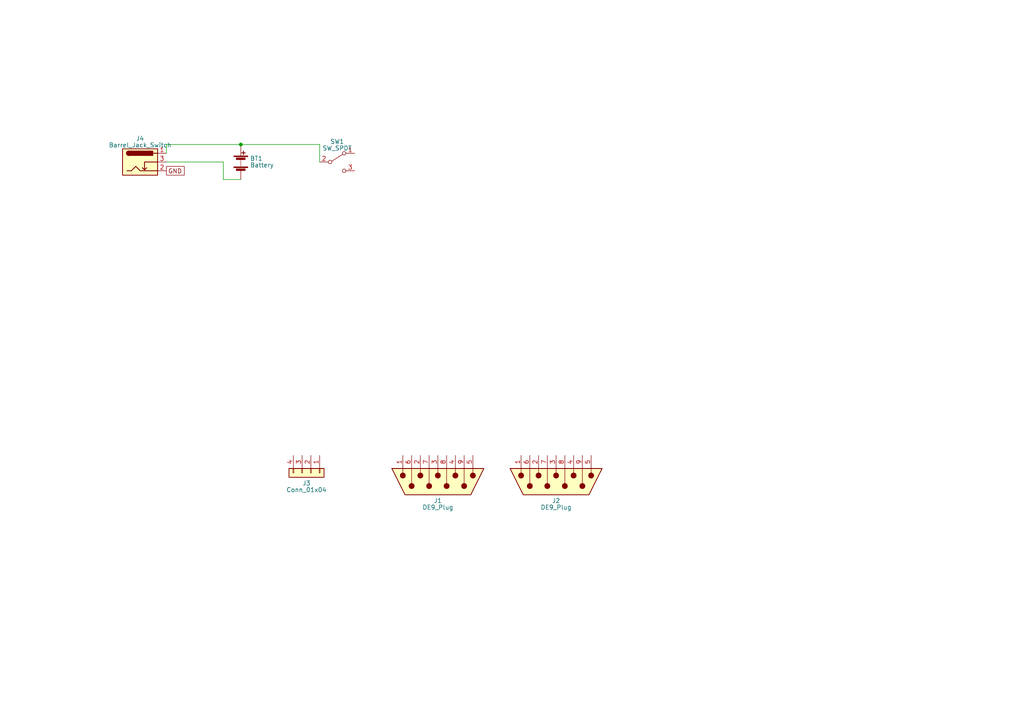
<source format=kicad_sch>
(kicad_sch (version 20230121) (generator eeschema)
  (paper "A4")
  (title_block (title "Sidecar XE 85 Test board") (date "2023-04-23") (rev "Rev. 1") (company "Decent Consulting"))
  (lib_symbols
    (symbol "Connector:Barrel_Jack_Switch" (pin_names hide)
      (property "Reference" "J" (at 0 5.334 0))
      (property "Value" "Barrel_Jack_Switch" (at 0 -5.08 0))
      (symbol "Barrel_Jack_Switch_0_1"
        (rectangle (start -5.08 3.81) (end 5.08 -3.81) (stroke (width 0.254)) (fill (type background)))
        (arc (start -3.302 3.175) (mid -3.9343 2.54) (end -3.302 1.905) (stroke (width 0.254)))
        (arc (start -3.302 3.175) (mid -3.9343 2.54) (end -3.302 1.905) (stroke (width 0.254)) (fill (type outline)))
        (polyline (pts (xy 1.27 -2.286) (xy 1.905 -1.651)) (stroke (width 0.254)))
        (polyline (pts (xy 5.08 2.54) (xy 3.81 2.54)) (stroke (width 0.254)))
        (polyline (pts (xy 5.08 0) (xy 1.27 0) (xy 1.27 -2.286) (xy 0.635 -1.651)) (stroke (width 0.254)))
        (polyline (pts (xy -3.81 -2.54) (xy -2.54 -2.54) (xy -1.27 -1.27) (xy 0 -2.54) (xy 2.54 -2.54) (xy 5.08 -2.54)) (stroke (width 0.254)))
        (rectangle (start 3.683 3.175) (end -3.302 1.905) (stroke (width 0.254)) (fill (type outline)))
      )
      (symbol "Barrel_Jack_Switch_1_1"
        (pin passive line (at 7.62 2.54 180) (length 2.54) (name "~") (number "1"))
        (pin passive line (at 7.62 -2.54 180) (length 2.54) (name "~") (number "2"))
        (pin passive line (at 7.62 0 180) (length 2.54) (name "~") (number "3"))
      )
    )
    (symbol "Connector:DE9_Plug" (pin_names (offset 1.016) hide)
      (property "Reference" "J" (at 0 13.97 0))
      (property "Value" "DE9_Plug" (at 0 -14.605 0))
      (symbol "DE9_Plug_0_1"
        (circle (center -1.778 -10.16) (radius 0.762) (fill (type outline)))
        (circle (center -1.778 -5.08) (radius 0.762) (fill (type outline)))
        (circle (center -1.778 0) (radius 0.762) (fill (type outline)))
        (circle (center -1.778 5.08) (radius 0.762) (fill (type outline)))
        (circle (center -1.778 10.16) (radius 0.762) (fill (type outline)))
        (polyline (pts (xy -3.81 -10.16) (xy -2.54 -10.16)))
        (polyline (pts (xy -3.81 -7.62) (xy 0.508 -7.62)))
        (polyline (pts (xy -3.81 -5.08) (xy -2.54 -5.08)))
        (polyline (pts (xy -3.81 -2.54) (xy 0.508 -2.54)))
        (polyline (pts (xy -3.81 0) (xy -2.54 0)))
        (polyline (pts (xy -3.81 2.54) (xy 0.508 2.54)))
        (polyline (pts (xy -3.81 5.08) (xy -2.54 5.08)))
        (polyline (pts (xy -3.81 7.62) (xy 0.508 7.62)))
        (polyline (pts (xy -3.81 10.16) (xy -2.54 10.16)))
        (polyline (pts (xy -3.81 -13.335) (xy -3.81 13.335) (xy 3.81 9.525) (xy 3.81 -9.525) (xy -3.81 -13.335)) (stroke (width 0.254)) (fill (type background)))
        (circle (center 1.27 -7.62) (radius 0.762) (fill (type outline)))
        (circle (center 1.27 -2.54) (radius 0.762) (fill (type outline)))
        (circle (center 1.27 2.54) (radius 0.762) (fill (type outline)))
        (circle (center 1.27 7.62) (radius 0.762) (fill (type outline)))
      )
      (symbol "DE9_Plug_1_1"
        (pin passive line (at -7.62 -10.16 0) (length 3.81) (name "1") (number "1"))
        (pin passive line (at -7.62 -5.08 0) (length 3.81) (name "2") (number "2"))
        (pin passive line (at -7.62 0 0) (length 3.81) (name "3") (number "3"))
        (pin passive line (at -7.62 5.08 0) (length 3.81) (name "4") (number "4"))
        (pin passive line (at -7.62 10.16 0) (length 3.81) (name "5") (number "5"))
        (pin passive line (at -7.62 -7.62 0) (length 3.81) (name "6") (number "6"))
        (pin passive line (at -7.62 -2.54 0) (length 3.81) (name "7") (number "7"))
        (pin passive line (at -7.62 2.54 0) (length 3.81) (name "8") (number "8"))
        (pin passive line (at -7.62 7.62 0) (length 3.81) (name "9") (number "9"))
      )
    )
    (symbol "Connector_Generic:Conn_01x04" (pin_names (offset 1.016) hide)
      (property "Reference" "J" (at 0 5.08 0))
      (property "Value" "Conn_01x04" (at 0 -7.62 0))
      (symbol "Conn_01x04_1_1"
        (rectangle (start -1.27 -4.953) (end 0 -5.207) (stroke (width 0.1524)))
        (rectangle (start -1.27 -2.413) (end 0 -2.667) (stroke (width 0.1524)))
        (rectangle (start -1.27 0.127) (end 0 -0.127) (stroke (width 0.1524)))
        (rectangle (start -1.27 2.667) (end 0 2.413) (stroke (width 0.1524)))
        (rectangle (start -1.27 3.81) (end 1.27 -6.35) (stroke (width 0.254)) (fill (type background)))
        (pin passive line (at -5.08 2.54 0) (length 3.81) (name "Pin_1") (number "1"))
        (pin passive line (at -5.08 0 0) (length 3.81) (name "Pin_2") (number "2"))
        (pin passive line (at -5.08 -2.54 0) (length 3.81) (name "Pin_3") (number "3"))
        (pin passive line (at -5.08 -5.08 0) (length 3.81) (name "Pin_4") (number "4"))
      )
    )
    (symbol "Device:Battery" (pin_numbers hide) (pin_names (offset 0) hide)
      (property "Reference" "BT" (at 2.54 2.54 0))
      (property "Value" "Battery" (at 2.54 0 0))
      (symbol "Battery_0_1"
        (rectangle (start -2.032 -1.397) (end 2.032 -1.651) (fill (type outline)))
        (rectangle (start -2.032 1.778) (end 2.032 1.524) (fill (type outline)))
        (rectangle (start -1.3208 -1.9812) (end 1.27 -2.4892) (fill (type outline)))
        (rectangle (start -1.3208 1.1938) (end 1.27 0.6858) (fill (type outline)))
        (polyline (pts (xy 0 -1.524) (xy 0 -1.27)))
        (polyline (pts (xy 0 -1.016) (xy 0 -0.762)))
        (polyline (pts (xy 0 -0.508) (xy 0 -0.254)))
        (polyline (pts (xy 0 0) (xy 0 0.254)))
        (polyline (pts (xy 0 0.508) (xy 0 0.762)))
        (polyline (pts (xy 0 1.778) (xy 0 2.54)))
        (polyline (pts (xy 0.254 2.667) (xy 1.27 2.667)) (stroke (width 0.254)))
        (polyline (pts (xy 0.762 3.175) (xy 0.762 2.159)) (stroke (width 0.254)))
      )
      (symbol "Battery_1_1"
        (pin passive line (at 0 5.08 270) (length 2.54) (name "+") (number "1"))
        (pin passive line (at 0 -5.08 90) (length 2.54) (name "-") (number "2"))
      )
    )
    (symbol "Switch:SW_SPDT" (pin_names (offset 0) hide)
      (property "Reference" "SW" (at 0 4.318 0))
      (property "Value" "SW_SPDT" (at 0 -5.08 0))
      (symbol "SW_SPDT_0_0"
        (circle (center -2.032 0) (radius 0.508))
        (circle (center 2.032 -2.54) (radius 0.508))
      )
      (symbol "SW_SPDT_0_1"
        (polyline (pts (xy -1.524 0.254) (xy 1.651 2.286)))
        (circle (center 2.032 2.54) (radius 0.508))
      )
      (symbol "SW_SPDT_1_1"
        (pin passive line (at 5.08 2.54 180) (length 2.54) (name "A") (number "1"))
        (pin passive line (at -5.08 0 0) (length 2.54) (name "B") (number "2"))
        (pin passive line (at 5.08 -2.54 180) (length 2.54) (name "C") (number "3"))
      )
    )
  )
  (junction (at 69.85 41.91))
  (wire (pts (xy 92.71 41.91) (xy 92.71 46.99)))
  (wire (pts (xy 64.77 52.07) (xy 64.77 46.99)))
  (wire (pts (xy 69.85 41.91) (xy 92.71 41.91)))
  (wire (pts (xy 69.85 41.91) (xy 48.26 41.91)))
  (wire (pts (xy 48.26 41.91) (xy 48.26 44.45)))
  (wire (pts (xy 64.77 46.99) (xy 48.26 46.99)))
  (wire (pts (xy 69.85 52.07) (xy 64.77 52.07)))
  (global_label "GND" (shape passive) (at 48.26 49.53 0) (property "Intersheetrefs" "${INTERSHEET_REFS}" (effects hide)))
  (symbol (lib_id "Connector_Generic:Conn_01x04") (at 90.17 137.16 270) (unit 1)
    (property "Reference" "J3" (at 88.9 140.1525 90))
    (property "Value" "Conn_01x04" (at 88.9 142.0735 90))
  )
  (symbol (lib_id "Connector:DE9_Plug") (at 161.29 139.7 270) (unit 1)
    (property "Reference" "J2" (at 161.29 145.2325 90))
    (property "Value" "DE9_Plug" (at 161.29 147.1535 90))
    (property "Datasheet" " ~" (effects hide))
  )
  (symbol (lib_id "Switch:SW_SPDT") (at 97.79 46.99 0) (unit 1)
    (property "Reference" "SW1" (at 97.79 41.0591 0))
    (property "Value" "SW_SPDT" (at 97.79 42.9801 0))
  )
  (symbol (lib_id "Connector:Barrel_Jack_Switch") (at 40.64 46.99 0) (unit 1)
    (property "Reference" "J4" (at 40.64 40.1701 0))
    (property "Value" "Barrel_Jack_Switch" (at 40.64 42.0911 0))
  )
  (symbol (lib_id "Device:Battery") (at 69.85 46.99 0) (unit 1)
    (property "Reference" "BT1" (at 72.517 45.9653 0) (effects (justify left)))
    (property "Value" "Battery" (at 72.517 47.8863 0) (effects (justify left)))
  )
  (symbol (lib_id "Connector:DE9_Plug") (at 127 139.7 270) (unit 1)
    (property "Reference" "J1" (at 127 145.2325 90))
    (property "Value" "DE9_Plug" (at 127 147.1535 90))
    (property "Datasheet" " ~" (effects hide))
  )
)
</source>
